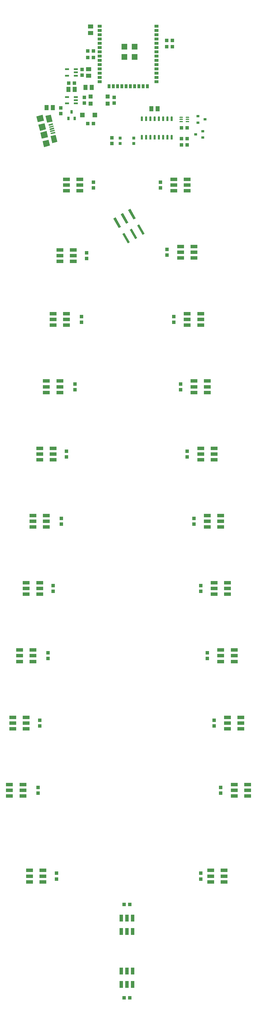
<source format=gbr>
G04 EAGLE Gerber RS-274X export*
G75*
%MOMM*%
%FSLAX34Y34*%
%LPD*%
%INSolderpaste Top*%
%IPPOS*%
%AMOC8*
5,1,8,0,0,1.08239X$1,22.5*%
G01*
%ADD10R,1.000000X1.100000*%
%ADD11R,2.000000X1.100000*%
%ADD12R,1.100000X2.000000*%
%ADD13R,1.100000X1.000000*%
%ADD14R,1.500000X1.240000*%
%ADD15R,1.075000X1.000000*%
%ADD16R,1.240000X1.500000*%
%ADD17R,1.200000X0.550000*%
%ADD18R,1.400000X1.400000*%
%ADD19R,1.200000X1.200000*%
%ADD20R,1.000000X1.075000*%
%ADD21R,0.900000X0.900000*%
%ADD22R,0.900000X0.800000*%
%ADD23R,1.200000X0.900000*%
%ADD24R,0.900000X1.200000*%
%ADD25R,1.778000X1.778000*%
%ADD26R,0.635000X1.016000*%
%ADD27R,0.400000X1.350000*%
%ADD28R,2.100000X1.600000*%
%ADD29R,1.900000X1.900000*%
%ADD30R,1.800000X1.900000*%
%ADD31C,0.155000*%
%ADD32C,0.195000*%
%ADD33R,0.736600X3.251200*%


D10*
X260000Y-2091500D03*
X260000Y-2108500D03*
X-260000Y-2091500D03*
X-260000Y-2108500D03*
X240000Y-1891500D03*
X240000Y-1908500D03*
X-235000Y-1891500D03*
X-235000Y-1908500D03*
X220000Y-1691500D03*
X220000Y-1708500D03*
X-220000Y-1691500D03*
X-220000Y-1708500D03*
X200000Y-1491500D03*
X200000Y-1508500D03*
X-155000Y-1091500D03*
X-155000Y-1108500D03*
X-195000Y-1491500D03*
X-195000Y-1508500D03*
X180000Y-1291500D03*
X180000Y-1308500D03*
X-180000Y-1291500D03*
X-180000Y-1308500D03*
X160000Y-1091500D03*
X160000Y-1108500D03*
X140000Y-891500D03*
X140000Y-908500D03*
X-135000Y-891500D03*
X-135000Y-908500D03*
X120000Y-691500D03*
X120000Y-708500D03*
X-120000Y-701500D03*
X-120000Y-718500D03*
X100000Y-491500D03*
X100000Y-508500D03*
X-100000Y-491500D03*
X-100000Y-508500D03*
D11*
X-180000Y-483000D03*
X-180000Y-500000D03*
X-180000Y-517000D03*
X-140000Y-517000D03*
X-140000Y-500000D03*
X-140000Y-483000D03*
X220000Y-1283000D03*
X220000Y-1300000D03*
X220000Y-1317000D03*
X260000Y-1317000D03*
X260000Y-1300000D03*
X260000Y-1283000D03*
X-280000Y-1483000D03*
X-280000Y-1500000D03*
X-280000Y-1517000D03*
X-240000Y-1517000D03*
X-240000Y-1500000D03*
X-240000Y-1483000D03*
X240000Y-1483000D03*
X240000Y-1500000D03*
X240000Y-1517000D03*
X280000Y-1517000D03*
X280000Y-1500000D03*
X280000Y-1483000D03*
X-300000Y-1683000D03*
X-300000Y-1700000D03*
X-300000Y-1717000D03*
X-260000Y-1717000D03*
X-260000Y-1700000D03*
X-260000Y-1683000D03*
X260000Y-1683000D03*
X260000Y-1700000D03*
X260000Y-1717000D03*
X300000Y-1717000D03*
X300000Y-1700000D03*
X300000Y-1683000D03*
X-320000Y-1883000D03*
X-320000Y-1900000D03*
X-320000Y-1917000D03*
X-280000Y-1917000D03*
X-280000Y-1900000D03*
X-280000Y-1883000D03*
X280000Y-1883000D03*
X280000Y-1900000D03*
X280000Y-1917000D03*
X320000Y-1917000D03*
X320000Y-1900000D03*
X320000Y-1883000D03*
X-340000Y-2083000D03*
X-340000Y-2100000D03*
X-340000Y-2117000D03*
X-300000Y-2117000D03*
X-300000Y-2100000D03*
X-300000Y-2083000D03*
X300000Y-2083000D03*
X300000Y-2100000D03*
X300000Y-2117000D03*
X340000Y-2117000D03*
X340000Y-2100000D03*
X340000Y-2083000D03*
X-350000Y-2283000D03*
X-350000Y-2300000D03*
X-350000Y-2317000D03*
X-310000Y-2317000D03*
X-310000Y-2300000D03*
X-310000Y-2283000D03*
X140000Y-483000D03*
X140000Y-500000D03*
X140000Y-517000D03*
X180000Y-517000D03*
X180000Y-500000D03*
X180000Y-483000D03*
X320000Y-2283000D03*
X320000Y-2300000D03*
X320000Y-2317000D03*
X360000Y-2317000D03*
X360000Y-2300000D03*
X360000Y-2283000D03*
X-290000Y-2538400D03*
X-290000Y-2555400D03*
X-290000Y-2572400D03*
X-250000Y-2572400D03*
X-250000Y-2555400D03*
X-250000Y-2538400D03*
X250000Y-2538400D03*
X250000Y-2555400D03*
X250000Y-2572400D03*
X290000Y-2572400D03*
X290000Y-2555400D03*
X290000Y-2538400D03*
D12*
X-17000Y-2720000D03*
X0Y-2720000D03*
X17000Y-2720000D03*
X17000Y-2680000D03*
X0Y-2680000D03*
X-17000Y-2680000D03*
X-17000Y-2877700D03*
X0Y-2877700D03*
X17000Y-2877700D03*
X17000Y-2837700D03*
X0Y-2837700D03*
X-17000Y-2837700D03*
D11*
X-200000Y-693000D03*
X-200000Y-710000D03*
X-200000Y-727000D03*
X-160000Y-727000D03*
X-160000Y-710000D03*
X-160000Y-693000D03*
X160000Y-683000D03*
X160000Y-700000D03*
X160000Y-717000D03*
X200000Y-717000D03*
X200000Y-700000D03*
X200000Y-683000D03*
X-220000Y-883000D03*
X-220000Y-900000D03*
X-220000Y-917000D03*
X-180000Y-917000D03*
X-180000Y-900000D03*
X-180000Y-883000D03*
X180000Y-883000D03*
X180000Y-900000D03*
X180000Y-917000D03*
X220000Y-917000D03*
X220000Y-900000D03*
X220000Y-883000D03*
X-240000Y-1083000D03*
X-240000Y-1100000D03*
X-240000Y-1117000D03*
X-200000Y-1117000D03*
X-200000Y-1100000D03*
X-200000Y-1083000D03*
X200000Y-1083000D03*
X200000Y-1100000D03*
X200000Y-1117000D03*
X240000Y-1117000D03*
X240000Y-1100000D03*
X240000Y-1083000D03*
X-260000Y-1283000D03*
X-260000Y-1300000D03*
X-260000Y-1317000D03*
X-220000Y-1317000D03*
X-220000Y-1300000D03*
X-220000Y-1283000D03*
D10*
X-265000Y-2291500D03*
X-265000Y-2308500D03*
X280000Y-2291500D03*
X280000Y-2308500D03*
X-210000Y-2546900D03*
X-210000Y-2563900D03*
X220000Y-2546900D03*
X220000Y-2563900D03*
D13*
X-8500Y-2640000D03*
X8500Y-2640000D03*
X-8500Y-2917700D03*
X8500Y-2917700D03*
D14*
X-114300Y-174600D03*
X-114300Y-155600D03*
D15*
X-173600Y-196850D03*
X-156600Y-196850D03*
D16*
X-104800Y-209550D03*
X-123800Y-209550D03*
D17*
X-152099Y-174600D03*
X-152099Y-165100D03*
X-152099Y-155600D03*
X-178101Y-155600D03*
X-178101Y-174600D03*
D18*
X-132800Y-292100D03*
X-95800Y-292100D03*
D17*
X-152099Y-257150D03*
X-152099Y-247650D03*
X-152099Y-238150D03*
X-178101Y-238150D03*
X-178101Y-257150D03*
D19*
X-107950Y-237150D03*
X-107950Y-258150D03*
D20*
X-127000Y-239150D03*
X-127000Y-256150D03*
D16*
X-174600Y-215900D03*
X-155600Y-215900D03*
D21*
X-20500Y-376300D03*
X-20500Y-360300D03*
X20500Y-360300D03*
X20500Y-376300D03*
D19*
X-57150Y-237150D03*
X-57150Y-258150D03*
D20*
X-38100Y-239150D03*
X-38100Y-256150D03*
D16*
X92050Y-273050D03*
X73050Y-273050D03*
D22*
X204900Y-349250D03*
X225900Y-339750D03*
X225900Y-358750D03*
X233250Y-304800D03*
X212250Y-314300D03*
X212250Y-295300D03*
D20*
X-133350Y-156600D03*
X-133350Y-173600D03*
D14*
X-107950Y-47600D03*
X-107950Y-28600D03*
D23*
X-81380Y-27570D03*
X-81380Y-40270D03*
X-81380Y-52970D03*
X-81380Y-65670D03*
X-81380Y-78370D03*
X-81380Y-91070D03*
X-81380Y-103770D03*
X-81380Y-116470D03*
X-81380Y-129170D03*
X-81380Y-141870D03*
X-81380Y-154570D03*
X-81380Y-167270D03*
X-81380Y-179970D03*
X-81380Y-192670D03*
D24*
X-53380Y-206570D03*
X-40680Y-206570D03*
X-27980Y-206570D03*
X-15280Y-206570D03*
X-2580Y-206570D03*
X10120Y-206570D03*
X22820Y-206570D03*
X35520Y-206570D03*
X48220Y-206570D03*
X60920Y-206570D03*
D23*
X88620Y-192670D03*
X88620Y-179970D03*
X88620Y-167270D03*
X88620Y-154570D03*
X88620Y-141870D03*
X88620Y-129170D03*
X88620Y-116470D03*
X88620Y-103770D03*
X88620Y-91070D03*
X88620Y-78370D03*
X88620Y-65670D03*
X88620Y-52970D03*
X88620Y-40270D03*
X88620Y-27570D03*
D25*
X-7810Y-89000D03*
X22670Y-89000D03*
X22670Y-119480D03*
X-7810Y-119480D03*
D26*
X-165100Y-282100D03*
X-155600Y-302100D03*
X-174600Y-302100D03*
D15*
X-99450Y-317500D03*
X-116450Y-317500D03*
X-99450Y-101600D03*
X-116450Y-101600D03*
X-116450Y-120650D03*
X-99450Y-120650D03*
D20*
X-44450Y-359800D03*
X-44450Y-376800D03*
X-196850Y-287900D03*
X-196850Y-270900D03*
D27*
G36*
X-229585Y-336313D02*
X-230553Y-332433D01*
X-217455Y-329167D01*
X-216487Y-333047D01*
X-229585Y-336313D01*
G37*
G36*
X-231157Y-330006D02*
X-232125Y-326126D01*
X-219027Y-322860D01*
X-218059Y-326740D01*
X-231157Y-330006D01*
G37*
G36*
X-228013Y-342620D02*
X-228981Y-338740D01*
X-215883Y-335474D01*
X-214915Y-339354D01*
X-228013Y-342620D01*
G37*
G36*
X-232730Y-323699D02*
X-233698Y-319819D01*
X-220600Y-316553D01*
X-219632Y-320433D01*
X-232730Y-323699D01*
G37*
G36*
X-226440Y-348927D02*
X-227408Y-345047D01*
X-214310Y-341781D01*
X-213342Y-345661D01*
X-226440Y-348927D01*
G37*
D28*
G36*
X-237454Y-315086D02*
X-242534Y-294711D01*
X-227010Y-290840D01*
X-221930Y-311215D01*
X-237454Y-315086D01*
G37*
G36*
X-222455Y-375245D02*
X-227535Y-354870D01*
X-212011Y-350999D01*
X-206931Y-371374D01*
X-222455Y-375245D01*
G37*
D29*
G36*
X-259297Y-339084D02*
X-263894Y-320649D01*
X-245459Y-316052D01*
X-240862Y-334487D01*
X-259297Y-339084D01*
G37*
G36*
X-253491Y-362371D02*
X-258088Y-343936D01*
X-239653Y-339339D01*
X-235056Y-357774D01*
X-253491Y-362371D01*
G37*
D30*
G36*
X-265708Y-313370D02*
X-270063Y-295906D01*
X-251628Y-291310D01*
X-247273Y-308774D01*
X-265708Y-313370D01*
G37*
G36*
X-247322Y-387113D02*
X-251677Y-369649D01*
X-233242Y-365053D01*
X-228887Y-382517D01*
X-247322Y-387113D01*
G37*
D15*
X179950Y-330200D03*
X162950Y-330200D03*
X162950Y-361950D03*
X179950Y-361950D03*
X162950Y-381000D03*
X179950Y-381000D03*
D31*
X131025Y-308475D02*
X131025Y-296925D01*
X135675Y-296925D01*
X135675Y-308475D01*
X131025Y-308475D01*
X131025Y-307003D02*
X135675Y-307003D01*
X135675Y-305531D02*
X131025Y-305531D01*
X131025Y-304059D02*
X135675Y-304059D01*
X135675Y-302587D02*
X131025Y-302587D01*
X131025Y-301115D02*
X135675Y-301115D01*
X135675Y-299643D02*
X131025Y-299643D01*
X131025Y-298171D02*
X135675Y-298171D01*
X118325Y-296925D02*
X118325Y-308475D01*
X118325Y-296925D02*
X122975Y-296925D01*
X122975Y-308475D01*
X118325Y-308475D01*
X118325Y-307003D02*
X122975Y-307003D01*
X122975Y-305531D02*
X118325Y-305531D01*
X118325Y-304059D02*
X122975Y-304059D01*
X122975Y-302587D02*
X118325Y-302587D01*
X118325Y-301115D02*
X122975Y-301115D01*
X122975Y-299643D02*
X118325Y-299643D01*
X118325Y-298171D02*
X122975Y-298171D01*
X105625Y-296925D02*
X105625Y-308475D01*
X105625Y-296925D02*
X110275Y-296925D01*
X110275Y-308475D01*
X105625Y-308475D01*
X105625Y-307003D02*
X110275Y-307003D01*
X110275Y-305531D02*
X105625Y-305531D01*
X105625Y-304059D02*
X110275Y-304059D01*
X110275Y-302587D02*
X105625Y-302587D01*
X105625Y-301115D02*
X110275Y-301115D01*
X110275Y-299643D02*
X105625Y-299643D01*
X105625Y-298171D02*
X110275Y-298171D01*
X92925Y-296925D02*
X92925Y-308475D01*
X92925Y-296925D02*
X97575Y-296925D01*
X97575Y-308475D01*
X92925Y-308475D01*
X92925Y-307003D02*
X97575Y-307003D01*
X97575Y-305531D02*
X92925Y-305531D01*
X92925Y-304059D02*
X97575Y-304059D01*
X97575Y-302587D02*
X92925Y-302587D01*
X92925Y-301115D02*
X97575Y-301115D01*
X97575Y-299643D02*
X92925Y-299643D01*
X92925Y-298171D02*
X97575Y-298171D01*
X80225Y-296925D02*
X80225Y-308475D01*
X80225Y-296925D02*
X84875Y-296925D01*
X84875Y-308475D01*
X80225Y-308475D01*
X80225Y-307003D02*
X84875Y-307003D01*
X84875Y-305531D02*
X80225Y-305531D01*
X80225Y-304059D02*
X84875Y-304059D01*
X84875Y-302587D02*
X80225Y-302587D01*
X80225Y-301115D02*
X84875Y-301115D01*
X84875Y-299643D02*
X80225Y-299643D01*
X80225Y-298171D02*
X84875Y-298171D01*
X67525Y-296925D02*
X67525Y-308475D01*
X67525Y-296925D02*
X72175Y-296925D01*
X72175Y-308475D01*
X67525Y-308475D01*
X67525Y-307003D02*
X72175Y-307003D01*
X72175Y-305531D02*
X67525Y-305531D01*
X67525Y-304059D02*
X72175Y-304059D01*
X72175Y-302587D02*
X67525Y-302587D01*
X67525Y-301115D02*
X72175Y-301115D01*
X72175Y-299643D02*
X67525Y-299643D01*
X67525Y-298171D02*
X72175Y-298171D01*
X54825Y-296925D02*
X54825Y-308475D01*
X54825Y-296925D02*
X59475Y-296925D01*
X59475Y-308475D01*
X54825Y-308475D01*
X54825Y-307003D02*
X59475Y-307003D01*
X59475Y-305531D02*
X54825Y-305531D01*
X54825Y-304059D02*
X59475Y-304059D01*
X59475Y-302587D02*
X54825Y-302587D01*
X54825Y-301115D02*
X59475Y-301115D01*
X59475Y-299643D02*
X54825Y-299643D01*
X54825Y-298171D02*
X59475Y-298171D01*
X42125Y-296925D02*
X42125Y-308475D01*
X42125Y-296925D02*
X46775Y-296925D01*
X46775Y-308475D01*
X42125Y-308475D01*
X42125Y-307003D02*
X46775Y-307003D01*
X46775Y-305531D02*
X42125Y-305531D01*
X42125Y-304059D02*
X46775Y-304059D01*
X46775Y-302587D02*
X42125Y-302587D01*
X42125Y-301115D02*
X46775Y-301115D01*
X46775Y-299643D02*
X42125Y-299643D01*
X42125Y-298171D02*
X46775Y-298171D01*
X42125Y-351925D02*
X42125Y-363475D01*
X42125Y-351925D02*
X46775Y-351925D01*
X46775Y-363475D01*
X42125Y-363475D01*
X42125Y-362003D02*
X46775Y-362003D01*
X46775Y-360531D02*
X42125Y-360531D01*
X42125Y-359059D02*
X46775Y-359059D01*
X46775Y-357587D02*
X42125Y-357587D01*
X42125Y-356115D02*
X46775Y-356115D01*
X46775Y-354643D02*
X42125Y-354643D01*
X42125Y-353171D02*
X46775Y-353171D01*
X54825Y-351925D02*
X54825Y-363475D01*
X54825Y-351925D02*
X59475Y-351925D01*
X59475Y-363475D01*
X54825Y-363475D01*
X54825Y-362003D02*
X59475Y-362003D01*
X59475Y-360531D02*
X54825Y-360531D01*
X54825Y-359059D02*
X59475Y-359059D01*
X59475Y-357587D02*
X54825Y-357587D01*
X54825Y-356115D02*
X59475Y-356115D01*
X59475Y-354643D02*
X54825Y-354643D01*
X54825Y-353171D02*
X59475Y-353171D01*
X67525Y-351925D02*
X67525Y-363475D01*
X67525Y-351925D02*
X72175Y-351925D01*
X72175Y-363475D01*
X67525Y-363475D01*
X67525Y-362003D02*
X72175Y-362003D01*
X72175Y-360531D02*
X67525Y-360531D01*
X67525Y-359059D02*
X72175Y-359059D01*
X72175Y-357587D02*
X67525Y-357587D01*
X67525Y-356115D02*
X72175Y-356115D01*
X72175Y-354643D02*
X67525Y-354643D01*
X67525Y-353171D02*
X72175Y-353171D01*
X80225Y-351925D02*
X80225Y-363475D01*
X80225Y-351925D02*
X84875Y-351925D01*
X84875Y-363475D01*
X80225Y-363475D01*
X80225Y-362003D02*
X84875Y-362003D01*
X84875Y-360531D02*
X80225Y-360531D01*
X80225Y-359059D02*
X84875Y-359059D01*
X84875Y-357587D02*
X80225Y-357587D01*
X80225Y-356115D02*
X84875Y-356115D01*
X84875Y-354643D02*
X80225Y-354643D01*
X80225Y-353171D02*
X84875Y-353171D01*
X92925Y-351925D02*
X92925Y-363475D01*
X92925Y-351925D02*
X97575Y-351925D01*
X97575Y-363475D01*
X92925Y-363475D01*
X92925Y-362003D02*
X97575Y-362003D01*
X97575Y-360531D02*
X92925Y-360531D01*
X92925Y-359059D02*
X97575Y-359059D01*
X97575Y-357587D02*
X92925Y-357587D01*
X92925Y-356115D02*
X97575Y-356115D01*
X97575Y-354643D02*
X92925Y-354643D01*
X92925Y-353171D02*
X97575Y-353171D01*
X105625Y-351925D02*
X105625Y-363475D01*
X105625Y-351925D02*
X110275Y-351925D01*
X110275Y-363475D01*
X105625Y-363475D01*
X105625Y-362003D02*
X110275Y-362003D01*
X110275Y-360531D02*
X105625Y-360531D01*
X105625Y-359059D02*
X110275Y-359059D01*
X110275Y-357587D02*
X105625Y-357587D01*
X105625Y-356115D02*
X110275Y-356115D01*
X110275Y-354643D02*
X105625Y-354643D01*
X105625Y-353171D02*
X110275Y-353171D01*
X118325Y-351925D02*
X118325Y-363475D01*
X118325Y-351925D02*
X122975Y-351925D01*
X122975Y-363475D01*
X118325Y-363475D01*
X118325Y-362003D02*
X122975Y-362003D01*
X122975Y-360531D02*
X118325Y-360531D01*
X118325Y-359059D02*
X122975Y-359059D01*
X122975Y-357587D02*
X118325Y-357587D01*
X118325Y-356115D02*
X122975Y-356115D01*
X122975Y-354643D02*
X118325Y-354643D01*
X118325Y-353171D02*
X122975Y-353171D01*
X131025Y-351925D02*
X131025Y-363475D01*
X131025Y-351925D02*
X135675Y-351925D01*
X135675Y-363475D01*
X131025Y-363475D01*
X131025Y-362003D02*
X135675Y-362003D01*
X135675Y-360531D02*
X131025Y-360531D01*
X131025Y-359059D02*
X135675Y-359059D01*
X135675Y-357587D02*
X131025Y-357587D01*
X131025Y-356115D02*
X135675Y-356115D01*
X135675Y-354643D02*
X131025Y-354643D01*
X131025Y-353171D02*
X135675Y-353171D01*
D15*
X118500Y-88900D03*
X135500Y-88900D03*
X118500Y-69850D03*
X135500Y-69850D03*
D32*
X176475Y-310325D02*
X185125Y-310325D01*
X185125Y-312275D01*
X176475Y-312275D01*
X176475Y-310325D01*
X176475Y-310423D02*
X185125Y-310423D01*
X185125Y-303825D02*
X176475Y-303825D01*
X185125Y-303825D02*
X185125Y-305775D01*
X176475Y-305775D01*
X176475Y-303825D01*
X176475Y-303923D02*
X185125Y-303923D01*
X185125Y-297325D02*
X176475Y-297325D01*
X185125Y-297325D02*
X185125Y-299275D01*
X176475Y-299275D01*
X176475Y-297325D01*
X176475Y-297423D02*
X185125Y-297423D01*
X166425Y-297325D02*
X157775Y-297325D01*
X166425Y-297325D02*
X166425Y-299275D01*
X157775Y-299275D01*
X157775Y-297325D01*
X157775Y-297423D02*
X166425Y-297423D01*
X166425Y-303825D02*
X157775Y-303825D01*
X166425Y-303825D02*
X166425Y-305775D01*
X157775Y-305775D01*
X157775Y-303825D01*
X157775Y-303923D02*
X166425Y-303923D01*
X166425Y-310325D02*
X157775Y-310325D01*
X166425Y-310325D02*
X166425Y-312275D01*
X157775Y-312275D01*
X157775Y-310325D01*
X157775Y-310423D02*
X166425Y-310423D01*
D33*
G36*
X-40299Y-599667D02*
X-33920Y-595984D01*
X-17665Y-624139D01*
X-24044Y-627822D01*
X-40299Y-599667D01*
G37*
G36*
X-13629Y-645861D02*
X-7250Y-642178D01*
X9005Y-670333D01*
X2626Y-674016D01*
X-13629Y-645861D01*
G37*
G36*
X-18302Y-586967D02*
X-11923Y-583284D01*
X4332Y-611439D01*
X-2047Y-615122D01*
X-18302Y-586967D01*
G37*
G36*
X8368Y-633161D02*
X14747Y-629478D01*
X31002Y-657633D01*
X24623Y-661316D01*
X8368Y-633161D01*
G37*
G36*
X3695Y-574267D02*
X10074Y-570584D01*
X26329Y-598739D01*
X19950Y-602422D01*
X3695Y-574267D01*
G37*
G36*
X30365Y-620461D02*
X36744Y-616778D01*
X52999Y-644933D01*
X46620Y-648616D01*
X30365Y-620461D01*
G37*
D16*
X-220500Y-270000D03*
X-239500Y-270000D03*
M02*

</source>
